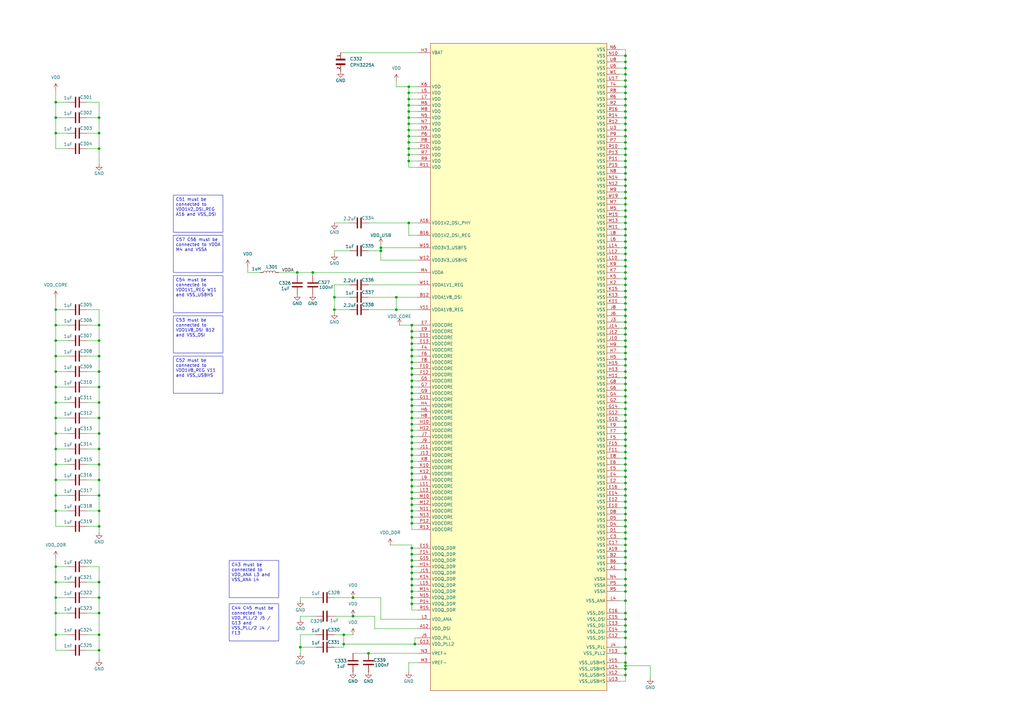
<source format=kicad_sch>
(kicad_sch (version 20250114) (generator "eeschema") (generator_version "9.0")
  (paper "A3")
  (title_block (comment 1 "Author: Mykola Grodskyi"))
  (text_box "C43 must be connected to VDD_ANA L3 and VSS_ANA L4\n" (at 93.98 229.87 0) (size 20.32 15.24) (margins 0.9525 0.9525 0.9525 0.9525) (effects (font (size 1.27 1.27)) (justify left top)))
  (text_box "C54 must be connected to VDD1V1_REG W11 and VSS_USBHS\n\n" (at 71.12 113.03 0) (size 20.32 15.24) (margins 0.9525 0.9525 0.9525 0.9525) (effects (font (size 1.27 1.27)) (justify left top)))
  (text_box "C51 must be connected to VDD1V2_DSI_REG A16 and VSS_DSI\n" (at 71.12 80.01 0) (size 20.32 15.24) (margins 0.9525 0.9525 0.9525 0.9525) (effects (font (size 1.27 1.27)) (justify left top)))
  (text_box "C57 C56 must be connected to VDDA M4 and VSSA\n\n" (at 71.12 96.52 0) (size 20.32 15.24) (margins 0.9525 0.9525 0.9525 0.9525) (effects (font (size 1.27 1.27)) (justify left top)))
  (text_box "C52 must be connected to VDD1V8_REG V11 and VSS_USBHS\n\n" (at 71.12 146.05 0) (size 20.32 15.24) (margins 0.9525 0.9525 0.9525 0.9525) (effects (font (size 1.27 1.27)) (justify left top)))
  (text_box "C53 must be connected to VDD1V8_DSI B12 and VSS_DSI\n\n" (at 71.12 129.54 0) (size 20.32 15.24) (margins 0.9525 0.9525 0.9525 0.9525) (effects (font (size 1.27 1.27)) (justify left top)))
  (text_box "C44 C45 must be connected to VDD_PLL/2 J5 / G13 and VSS_PLL/2 J4 / F13\n\n" (at 93.98 247.65 0) (size 20.32 15.24) (margins 0.9525 0.9525 0.9525 0.9525) (effects (font (size 1.27 1.27)) (justify left top)))
  (junction (at 168.91 179.07))
  (junction (at 168.91 156.21))
  (junction (at 167.64 55.88))
  (junction (at 168.91 207.01))
  (junction (at 256.54 58.42))
  (junction (at 256.54 48.26))
  (junction (at 256.54 185.42))
  (junction (at 256.54 137.16))
  (junction (at 144.78 245.11))
  (junction (at 168.91 234.95))
  (junction (at 256.54 210.82))
  (junction (at 22.86 177.8))
  (junction (at 256.54 226.06))
  (junction (at 256.54 267.97))
  (junction (at 168.91 151.13))
  (junction (at 256.54 45.72))
  (junction (at 168.91 201.93))
  (junction (at 167.64 35.56))
  (junction (at 256.54 271.78))
  (junction (at 256.54 111.76))
  (junction (at 151.13 267.97))
  (junction (at 167.64 60.96))
  (junction (at 22.86 209.55))
  (junction (at 256.54 256.54))
  (junction (at 121.92 111.76))
  (junction (at 40.64 177.8))
  (junction (at 168.91 171.45))
  (junction (at 256.54 78.74))
  (junction (at 256.54 265.43))
  (junction (at 256.54 167.64))
  (junction (at 128.27 111.76))
  (junction (at 256.54 27.94))
  (junction (at 22.86 158.75))
  (junction (at 256.54 38.1))
  (junction (at 256.54 198.12))
  (junction (at 40.64 165.1))
  (junction (at 256.54 22.86))
  (junction (at 256.54 144.78))
  (junction (at 256.54 193.04))
  (junction (at 168.91 196.85))
  (junction (at 40.64 245.11))
  (junction (at 168.91 146.05))
  (junction (at 40.64 260.35))
  (junction (at 256.54 35.56))
  (junction (at 256.54 127))
  (junction (at 22.86 139.7))
  (junction (at 167.64 40.64))
  (junction (at 256.54 162.56))
  (junction (at 168.91 186.69))
  (junction (at 256.54 106.68))
  (junction (at 168.91 191.77))
  (junction (at 40.64 203.2))
  (junction (at 256.54 205.74))
  (junction (at 168.91 242.57))
  (junction (at 137.16 127))
  (junction (at 167.64 91.44))
  (junction (at 256.54 134.62))
  (junction (at 256.54 109.22))
  (junction (at 22.86 54.61))
  (junction (at 170.18 264.16))
  (junction (at 40.64 266.7))
  (junction (at 256.54 165.1))
  (junction (at 22.86 41.91))
  (junction (at 256.54 50.8))
  (junction (at 40.64 209.55))
  (junction (at 256.54 195.58))
  (junction (at 22.86 184.15))
  (junction (at 168.91 158.75))
  (junction (at 168.91 212.09))
  (junction (at 256.54 91.44))
  (junction (at 256.54 60.96))
  (junction (at 256.54 208.28))
  (junction (at 22.86 245.11))
  (junction (at 168.91 199.39))
  (junction (at 167.64 45.72))
  (junction (at 168.91 224.79))
  (junction (at 256.54 76.2))
  (junction (at 167.64 66.04))
  (junction (at 40.64 60.96))
  (junction (at 162.56 121.92))
  (junction (at 168.91 232.41))
  (junction (at 256.54 223.52))
  (junction (at 256.54 170.18))
  (junction (at 256.54 251.46))
  (junction (at 140.97 260.35))
  (junction (at 168.91 163.83))
  (junction (at 256.54 55.88))
  (junction (at 40.64 238.76))
  (junction (at 256.54 124.46))
  (junction (at 168.91 227.33))
  (junction (at 256.54 88.9))
  (junction (at 22.86 190.5))
  (junction (at 256.54 190.5))
  (junction (at 256.54 203.2))
  (junction (at 167.64 58.42))
  (junction (at 22.86 48.26))
  (junction (at 168.91 247.65))
  (junction (at 40.64 190.5))
  (junction (at 22.86 238.76))
  (junction (at 256.54 83.82))
  (junction (at 256.54 63.5))
  (junction (at 123.19 265.43))
  (junction (at 168.91 194.31))
  (junction (at 256.54 68.58))
  (junction (at 22.86 251.46))
  (junction (at 256.54 254))
  (junction (at 256.54 228.6))
  (junction (at 256.54 104.14))
  (junction (at 22.86 171.45))
  (junction (at 256.54 213.36))
  (junction (at 256.54 242.57))
  (junction (at 256.54 187.96))
  (junction (at 256.54 86.36))
  (junction (at 256.54 180.34))
  (junction (at 162.56 127))
  (junction (at 40.64 139.7))
  (junction (at 256.54 152.4))
  (junction (at 256.54 231.14))
  (junction (at 167.64 48.26))
  (junction (at 168.91 229.87))
  (junction (at 40.64 133.35))
  (junction (at 168.91 143.51))
  (junction (at 40.64 171.45))
  (junction (at 256.54 177.8))
  (junction (at 256.54 273.05))
  (junction (at 256.54 182.88))
  (junction (at 256.54 30.48))
  (junction (at 168.91 189.23))
  (junction (at 168.91 204.47))
  (junction (at 256.54 25.4))
  (junction (at 168.91 209.55))
  (junction (at 168.91 168.91))
  (junction (at 40.64 54.61))
  (junction (at 40.64 158.75))
  (junction (at 256.54 43.18))
  (junction (at 256.54 220.98))
  (junction (at 40.64 215.9))
  (junction (at 167.64 63.5))
  (junction (at 256.54 139.7))
  (junction (at 256.54 276.86))
  (junction (at 256.54 149.86))
  (junction (at 256.54 101.6))
  (junction (at 167.64 43.18))
  (junction (at 256.54 233.68))
  (junction (at 256.54 160.02))
  (junction (at 22.86 232.41))
  (junction (at 40.64 152.4))
  (junction (at 168.91 214.63))
  (junction (at 156.21 102.87))
  (junction (at 22.86 146.05))
  (junction (at 168.91 240.03))
  (junction (at 167.64 50.8))
  (junction (at 22.86 152.4))
  (junction (at 137.16 121.92))
  (junction (at 167.64 53.34))
  (junction (at 256.54 53.34))
  (junction (at 256.54 175.26))
  (junction (at 256.54 119.38))
  (junction (at 22.86 203.2))
  (junction (at 22.86 196.85))
  (junction (at 168.91 173.99))
  (junction (at 256.54 114.3))
  (junction (at 256.54 274.32))
  (junction (at 167.64 38.1))
  (junction (at 256.54 93.98))
  (junction (at 168.91 138.43))
  (junction (at 168.91 161.29))
  (junction (at 256.54 240.03))
  (junction (at 144.78 252.73))
  (junction (at 256.54 237.49))
  (junction (at 140.97 264.16))
  (junction (at 168.91 176.53))
  (junction (at 168.91 135.89))
  (junction (at 256.54 172.72))
  (junction (at 40.64 184.15))
  (junction (at 256.54 116.84))
  (junction (at 256.54 215.9))
  (junction (at 168.91 245.11))
  (junction (at 256.54 246.38))
  (junction (at 40.64 251.46))
  (junction (at 256.54 147.32))
  (junction (at 256.54 96.52))
  (junction (at 22.86 133.35))
  (junction (at 40.64 146.05))
  (junction (at 40.64 196.85))
  (junction (at 168.91 181.61))
  (junction (at 256.54 71.12))
  (junction (at 168.91 184.15))
  (junction (at 256.54 132.08))
  (junction (at 22.86 127))
  (junction (at 168.91 148.59))
  (junction (at 256.54 154.94))
  (junction (at 256.54 40.64))
  (junction (at 256.54 218.44))
  (junction (at 22.86 165.1))
  (junction (at 256.54 261.62))
  (junction (at 256.54 142.24))
  (junction (at 156.21 101.6))
  (junction (at 256.54 33.02))
  (junction (at 256.54 121.92))
  (junction (at 168.91 140.97))
  (junction (at 256.54 200.66))
  (junction (at 256.54 73.66))
  (junction (at 168.91 133.35))
  (junction (at 168.91 153.67))
  (junction (at 168.91 166.37))
  (junction (at 256.54 129.54))
  (junction (at 40.64 48.26))
  (junction (at 256.54 259.08))
  (junction (at 168.91 237.49))
  (junction (at 256.54 99.06))
  (junction (at 256.54 157.48))
  (junction (at 256.54 66.04))
  (junction (at 22.86 260.35))
  (junction (at 256.54 81.28))
  (wire (pts (xy 162.56 121.92) (xy 171.45 121.92)))
  (wire (pts (xy 256.54 66.04) (xy 254 66.04)))
  (wire (pts (xy 256.54 129.54) (xy 256.54 132.08)))
  (wire (pts (xy 256.54 203.2) (xy 254 203.2)))
  (wire (pts (xy 168.91 161.29) (xy 171.45 161.29)))
  (wire (pts (xy 40.64 215.9) (xy 40.64 218.44)))
  (wire (pts (xy 101.6 109.22) (xy 101.6 111.76)))
  (wire (pts (xy 40.64 251.46) (xy 40.64 260.35)))
  (wire (pts (xy 22.86 121.92) (xy 22.86 127)))
  (wire (pts (xy 22.86 232.41) (xy 22.86 238.76)))
  (wire (pts (xy 256.54 233.68) (xy 256.54 237.49)))
  (wire (pts (xy 123.19 252.73) (xy 123.19 254)))
  (wire (pts (xy 168.91 184.15) (xy 168.91 186.69)))
  (wire (pts (xy 168.91 247.65) (xy 168.91 250.19)))
  (wire (pts (xy 256.54 137.16) (xy 256.54 139.7)))
  (wire (pts (xy 256.54 22.86) (xy 256.54 25.4)))
  (wire (pts (xy 168.91 214.63) (xy 168.91 217.17)))
  (wire (pts (xy 168.91 168.91) (xy 168.91 171.45)))
  (wire (pts (xy 256.54 231.14) (xy 254 231.14)))
  (wire (pts (xy 137.16 121.92) (xy 137.16 127)))
  (wire (pts (xy 22.86 266.7) (xy 27.94 266.7)))
  (wire (pts (xy 256.54 50.8) (xy 254 50.8)))
  (wire (pts (xy 256.54 25.4) (xy 254 25.4)))
  (wire (pts (xy 256.54 35.56) (xy 254 35.56)))
  (wire (pts (xy 168.91 207.01) (xy 168.91 209.55)))
  (wire (pts (xy 40.64 251.46) (xy 35.56 251.46)))
  (wire (pts (xy 22.86 260.35) (xy 22.86 266.7)))
  (wire (pts (xy 256.54 101.6) (xy 256.54 104.14)))
  (wire (pts (xy 256.54 142.24) (xy 254 142.24)))
  (wire (pts (xy 256.54 271.78) (xy 254 271.78)))
  (wire (pts (xy 168.91 186.69) (xy 171.45 186.69)))
  (wire (pts (xy 256.54 267.97) (xy 256.54 271.78)))
  (wire (pts (xy 40.64 139.7) (xy 35.56 139.7)))
  (wire (pts (xy 168.91 250.19) (xy 171.45 250.19)))
  (wire (pts (xy 40.64 260.35) (xy 40.64 266.7)))
  (wire (pts (xy 256.54 83.82) (xy 254 83.82)))
  (wire (pts (xy 140.97 264.16) (xy 140.97 260.35)))
  (wire (pts (xy 168.91 176.53) (xy 171.45 176.53)))
  (wire (pts (xy 40.64 177.8) (xy 40.64 184.15)))
  (wire (pts (xy 256.54 139.7) (xy 254 139.7)))
  (wire (pts (xy 256.54 104.14) (xy 256.54 106.68)))
  (wire (pts (xy 129.54 245.11) (xy 123.19 245.11)))
  (wire (pts (xy 256.54 208.28) (xy 256.54 210.82)))
  (wire (pts (xy 256.54 233.68) (xy 254 233.68)))
  (wire (pts (xy 168.91 186.69) (xy 168.91 189.23)))
  (wire (pts (xy 40.64 266.7) (xy 35.56 266.7)))
  (wire (pts (xy 167.64 63.5) (xy 167.64 66.04)))
  (wire (pts (xy 256.54 127) (xy 254 127)))
  (wire (pts (xy 256.54 68.58) (xy 256.54 71.12)))
  (wire (pts (xy 22.86 260.35) (xy 27.94 260.35)))
  (wire (pts (xy 167.64 38.1) (xy 167.64 40.64)))
  (wire (pts (xy 256.54 78.74) (xy 254 78.74)))
  (wire (pts (xy 167.64 40.64) (xy 171.45 40.64)))
  (wire (pts (xy 256.54 40.64) (xy 256.54 43.18)))
  (wire (pts (xy 40.64 41.91) (xy 40.64 48.26)))
  (wire (pts (xy 256.54 129.54) (xy 254 129.54)))
  (wire (pts (xy 137.16 104.14) (xy 137.16 102.87)))
  (wire (pts (xy 256.54 157.48) (xy 256.54 160.02)))
  (wire (pts (xy 256.54 106.68) (xy 254 106.68)))
  (wire (pts (xy 256.54 27.94) (xy 256.54 30.48)))
  (wire (pts (xy 167.64 55.88) (xy 167.64 58.42)))
  (wire (pts (xy 168.91 179.07) (xy 168.91 181.61)))
  (wire (pts (xy 256.54 165.1) (xy 254 165.1)))
  (wire (pts (xy 256.54 213.36) (xy 256.54 215.9)))
  (wire (pts (xy 256.54 154.94) (xy 254 154.94)))
  (wire (pts (xy 22.86 127) (xy 27.94 127)))
  (wire (pts (xy 40.64 171.45) (xy 40.64 177.8)))
  (wire (pts (xy 168.91 181.61) (xy 171.45 181.61)))
  (wire (pts (xy 168.91 196.85) (xy 168.91 199.39)))
  (wire (pts (xy 22.86 54.61) (xy 22.86 60.96)))
  (wire (pts (xy 256.54 119.38) (xy 254 119.38)))
  (wire (pts (xy 256.54 121.92) (xy 256.54 124.46)))
  (wire (pts (xy 168.91 148.59) (xy 171.45 148.59)))
  (wire (pts (xy 256.54 274.32) (xy 254 274.32)))
  (wire (pts (xy 22.86 41.91) (xy 22.86 48.26)))
  (wire (pts (xy 256.54 137.16) (xy 254 137.16)))
  (wire (pts (xy 22.86 238.76) (xy 22.86 245.11)))
  (wire (pts (xy 143.51 121.92) (xy 137.16 121.92)))
  (wire (pts (xy 168.91 156.21) (xy 168.91 158.75)))
  (wire (pts (xy 121.92 111.76) (xy 121.92 113.03)))
  (wire (pts (xy 256.54 132.08) (xy 254 132.08)))
  (wire (pts (xy 256.54 71.12) (xy 256.54 73.66)))
  (wire (pts (xy 256.54 185.42) (xy 254 185.42)))
  (wire (pts (xy 256.54 167.64) (xy 256.54 170.18)))
  (wire (pts (xy 168.91 173.99) (xy 168.91 176.53)))
  (wire (pts (xy 171.45 96.52) (xy 167.64 96.52)))
  (wire (pts (xy 139.7 21.59) (xy 171.45 21.59)))
  (wire (pts (xy 151.13 91.44) (xy 167.64 91.44)))
  (wire (pts (xy 256.54 237.49) (xy 256.54 240.03)))
  (wire (pts (xy 40.64 54.61) (xy 35.56 54.61)))
  (wire (pts (xy 168.91 138.43) (xy 171.45 138.43)))
  (wire (pts (xy 168.91 184.15) (xy 171.45 184.15)))
  (wire (pts (xy 256.54 76.2) (xy 256.54 78.74)))
  (wire (pts (xy 256.54 195.58) (xy 256.54 198.12)))
  (wire (pts (xy 22.86 184.15) (xy 27.94 184.15)))
  (wire (pts (xy 40.64 245.11) (xy 35.56 245.11)))
  (wire (pts (xy 256.54 134.62) (xy 254 134.62)))
  (wire (pts (xy 140.97 264.16) (xy 170.18 264.16)))
  (wire (pts (xy 168.91 237.49) (xy 171.45 237.49)))
  (wire (pts (xy 168.91 245.11) (xy 171.45 245.11)))
  (wire (pts (xy 22.86 251.46) (xy 22.86 260.35)))
  (wire (pts (xy 256.54 193.04) (xy 254 193.04)))
  (wire (pts (xy 22.86 184.15) (xy 22.86 190.5)))
  (wire (pts (xy 168.91 179.07) (xy 171.45 179.07)))
  (wire (pts (xy 256.54 237.49) (xy 254 237.49)))
  (wire (pts (xy 256.54 190.5) (xy 254 190.5)))
  (wire (pts (xy 40.64 203.2) (xy 40.64 209.55)))
  (wire (pts (xy 168.91 204.47) (xy 171.45 204.47)))
  (wire (pts (xy 143.51 102.87) (xy 137.16 102.87)))
  (wire (pts (xy 256.54 175.26) (xy 254 175.26)))
  (wire (pts (xy 256.54 63.5) (xy 256.54 66.04)))
  (wire (pts (xy 168.91 227.33) (xy 171.45 227.33)))
  (wire (pts (xy 144.78 267.97) (xy 151.13 267.97)))
  (wire (pts (xy 40.64 232.41) (xy 40.64 238.76)))
  (wire (pts (xy 40.64 158.75) (xy 35.56 158.75)))
  (wire (pts (xy 256.54 121.92) (xy 254 121.92)))
  (wire (pts (xy 40.64 209.55) (xy 40.64 215.9)))
  (wire (pts (xy 256.54 226.06) (xy 256.54 228.6)))
  (wire (pts (xy 170.18 261.62) (xy 170.18 264.16)))
  (wire (pts (xy 256.54 124.46) (xy 256.54 127)))
  (wire (pts (xy 168.91 234.95) (xy 168.91 237.49)))
  (wire (pts (xy 256.54 187.96) (xy 254 187.96)))
  (wire (pts (xy 167.64 38.1) (xy 171.45 38.1)))
  (wire (pts (xy 256.54 220.98) (xy 254 220.98)))
  (wire (pts (xy 256.54 213.36) (xy 254 213.36)))
  (wire (pts (xy 168.91 227.33) (xy 168.91 229.87)))
  (wire (pts (xy 22.86 60.96) (xy 27.94 60.96)))
  (wire (pts (xy 153.67 257.81) (xy 153.67 252.73)))
  (wire (pts (xy 168.91 146.05) (xy 171.45 146.05)))
  (wire (pts (xy 256.54 86.36) (xy 254 86.36)))
  (wire (pts (xy 256.54 88.9) (xy 254 88.9)))
  (wire (pts (xy 40.64 146.05) (xy 40.64 152.4)))
  (wire (pts (xy 256.54 160.02) (xy 254 160.02)))
  (wire (pts (xy 40.64 152.4) (xy 40.64 158.75)))
  (wire (pts (xy 256.54 154.94) (xy 256.54 157.48)))
  (wire (pts (xy 256.54 254) (xy 254 254)))
  (wire (pts (xy 256.54 215.9) (xy 256.54 218.44)))
  (wire (pts (xy 256.54 48.26) (xy 254 48.26)))
  (wire (pts (xy 151.13 121.92) (xy 162.56 121.92)))
  (wire (pts (xy 256.54 78.74) (xy 256.54 81.28)))
  (wire (pts (xy 256.54 43.18) (xy 256.54 45.72)))
  (wire (pts (xy 167.64 55.88) (xy 171.45 55.88)))
  (wire (pts (xy 137.16 127) (xy 137.16 128.27)))
  (wire (pts (xy 168.91 171.45) (xy 168.91 173.99)))
  (wire (pts (xy 168.91 171.45) (xy 171.45 171.45)))
  (wire (pts (xy 256.54 27.94) (xy 254 27.94)))
  (wire (pts (xy 256.54 147.32) (xy 254 147.32)))
  (wire (pts (xy 168.91 194.31) (xy 171.45 194.31)))
  (wire (pts (xy 256.54 200.66) (xy 256.54 203.2)))
  (wire (pts (xy 168.91 138.43) (xy 168.91 140.97)))
  (wire (pts (xy 101.6 111.76) (xy 106.68 111.76)))
  (wire (pts (xy 256.54 40.64) (xy 254 40.64)))
  (wire (pts (xy 167.64 271.78) (xy 171.45 271.78)))
  (wire (pts (xy 256.54 200.66) (xy 254 200.66)))
  (wire (pts (xy 256.54 218.44) (xy 256.54 220.98)))
  (wire (pts (xy 168.91 201.93) (xy 171.45 201.93)))
  (wire (pts (xy 168.91 194.31) (xy 168.91 196.85)))
  (wire (pts (xy 168.91 209.55) (xy 168.91 212.09)))
  (wire (pts (xy 167.64 275.59) (xy 167.64 271.78)))
  (wire (pts (xy 168.91 151.13) (xy 171.45 151.13)))
  (wire (pts (xy 151.13 116.84) (xy 171.45 116.84)))
  (wire (pts (xy 168.91 224.79) (xy 168.91 227.33)))
  (wire (pts (xy 168.91 133.35) (xy 171.45 133.35)))
  (wire (pts (xy 167.64 43.18) (xy 171.45 43.18)))
  (wire (pts (xy 256.54 271.78) (xy 256.54 273.05)))
  (wire (pts (xy 167.64 96.52) (xy 167.64 91.44)))
  (wire (pts (xy 256.54 96.52) (xy 254 96.52)))
  (wire (pts (xy 40.64 165.1) (xy 40.64 171.45)))
  (wire (pts (xy 256.54 165.1) (xy 256.54 167.64)))
  (wire (pts (xy 129.54 252.73) (xy 123.19 252.73)))
  (wire (pts (xy 256.54 172.72) (xy 254 172.72)))
  (wire (pts (xy 256.54 81.28) (xy 254 81.28)))
  (wire (pts (xy 167.64 48.26) (xy 167.64 50.8)))
  (wire (pts (xy 256.54 55.88) (xy 256.54 58.42)))
  (wire (pts (xy 256.54 240.03) (xy 256.54 242.57)))
  (wire (pts (xy 168.91 140.97) (xy 168.91 143.51)))
  (wire (pts (xy 40.64 48.26) (xy 40.64 54.61)))
  (wire (pts (xy 40.64 139.7) (xy 40.64 146.05)))
  (wire (pts (xy 167.64 43.18) (xy 167.64 45.72)))
  (wire (pts (xy 40.64 245.11) (xy 40.64 251.46)))
  (wire (pts (xy 22.86 203.2) (xy 27.94 203.2)))
  (wire (pts (xy 256.54 81.28) (xy 256.54 83.82)))
  (wire (pts (xy 22.86 203.2) (xy 22.86 209.55)))
  (wire (pts (xy 256.54 104.14) (xy 254 104.14)))
  (wire (pts (xy 140.97 260.35) (xy 144.78 260.35)))
  (wire (pts (xy 156.21 245.11) (xy 144.78 245.11)))
  (wire (pts (xy 167.64 91.44) (xy 171.45 91.44)))
  (wire (pts (xy 156.21 100.33) (xy 156.21 101.6)))
  (wire (pts (xy 256.54 114.3) (xy 256.54 116.84)))
  (wire (pts (xy 168.91 163.83) (xy 168.91 166.37)))
  (wire (pts (xy 40.64 133.35) (xy 35.56 133.35)))
  (wire (pts (xy 256.54 50.8) (xy 256.54 53.34)))
  (wire (pts (xy 40.64 238.76) (xy 35.56 238.76)))
  (wire (pts (xy 256.54 187.96) (xy 256.54 190.5)))
  (wire (pts (xy 256.54 101.6) (xy 254 101.6)))
  (wire (pts (xy 168.91 191.77) (xy 171.45 191.77)))
  (wire (pts (xy 40.64 270.51) (xy 40.64 266.7)))
  (wire (pts (xy 256.54 205.74) (xy 254 205.74)))
  (wire (pts (xy 168.91 153.67) (xy 171.45 153.67)))
  (wire (pts (xy 168.91 242.57) (xy 168.91 245.11)))
  (wire (pts (xy 168.91 161.29) (xy 168.91 163.83)))
  (wire (pts (xy 137.16 116.84) (xy 137.16 121.92)))
  (wire (pts (xy 168.91 140.97) (xy 171.45 140.97)))
  (wire (pts (xy 123.19 260.35) (xy 129.54 260.35)))
  (wire (pts (xy 137.16 116.84) (xy 143.51 116.84)))
  (wire (pts (xy 266.7 273.05) (xy 256.54 273.05)))
  (wire (pts (xy 40.64 190.5) (xy 35.56 190.5)))
  (wire (pts (xy 156.21 102.87) (xy 156.21 106.68)))
  (wire (pts (xy 168.91 158.75) (xy 168.91 161.29)))
  (wire (pts (xy 137.16 127) (xy 143.51 127)))
  (wire (pts (xy 256.54 251.46) (xy 256.54 254)))
  (wire (pts (xy 256.54 60.96) (xy 256.54 63.5)))
  (wire (pts (xy 22.86 228.6) (xy 22.86 232.41)))
  (wire (pts (xy 256.54 180.34) (xy 254 180.34)))
  (wire (pts (xy 256.54 111.76) (xy 254 111.76)))
  (wire (pts (xy 22.86 139.7) (xy 22.86 146.05)))
  (wire (pts (xy 168.91 232.41) (xy 171.45 232.41)))
  (wire (pts (xy 256.54 279.4) (xy 254 279.4)))
  (wire (pts (xy 256.54 162.56) (xy 254 162.56)))
  (wire (pts (xy 151.13 102.87) (xy 156.21 102.87)))
  (wire (pts (xy 167.64 60.96) (xy 167.64 63.5)))
  (wire (pts (xy 256.54 276.86) (xy 254 276.86)))
  (wire (pts (xy 168.91 199.39) (xy 171.45 199.39)))
  (wire (pts (xy 256.54 256.54) (xy 256.54 259.08)))
  (wire (pts (xy 167.64 68.58) (xy 171.45 68.58)))
  (wire (pts (xy 40.64 127) (xy 35.56 127)))
  (wire (pts (xy 168.91 217.17) (xy 171.45 217.17)))
  (wire (pts (xy 256.54 273.05) (xy 256.54 274.32)))
  (wire (pts (xy 40.64 165.1) (xy 35.56 165.1)))
  (wire (pts (xy 168.91 214.63) (xy 171.45 214.63)))
  (wire (pts (xy 123.19 265.43) (xy 123.19 267.97)))
  (wire (pts (xy 168.91 151.13) (xy 168.91 153.67)))
  (wire (pts (xy 168.91 158.75) (xy 171.45 158.75)))
  (wire (pts (xy 22.86 245.11) (xy 27.94 245.11)))
  (wire (pts (xy 22.86 48.26) (xy 27.94 48.26)))
  (wire (pts (xy 40.64 146.05) (xy 35.56 146.05)))
  (wire (pts (xy 168.91 207.01) (xy 171.45 207.01)))
  (wire (pts (xy 256.54 198.12) (xy 254 198.12)))
  (wire (pts (xy 256.54 99.06) (xy 254 99.06)))
  (wire (pts (xy 256.54 45.72) (xy 256.54 48.26)))
  (wire (pts (xy 256.54 22.86) (xy 254 22.86)))
  (wire (pts (xy 256.54 276.86) (xy 256.54 279.4)))
  (wire (pts (xy 256.54 142.24) (xy 256.54 144.78)))
  (wire (pts (xy 256.54 134.62) (xy 256.54 137.16)))
  (wire (pts (xy 256.54 267.97) (xy 254 267.97)))
  (wire (pts (xy 256.54 246.38) (xy 254 246.38)))
  (wire (pts (xy 22.86 146.05) (xy 27.94 146.05)))
  (wire (pts (xy 151.13 267.97) (xy 171.45 267.97)))
  (wire (pts (xy 256.54 152.4) (xy 254 152.4)))
  (wire (pts (xy 256.54 228.6) (xy 254 228.6)))
  (wire (pts (xy 168.91 247.65) (xy 171.45 247.65)))
  (wire (pts (xy 256.54 48.26) (xy 256.54 50.8)))
  (wire (pts (xy 256.54 124.46) (xy 254 124.46)))
  (wire (pts (xy 256.54 259.08) (xy 256.54 261.62)))
  (wire (pts (xy 256.54 63.5) (xy 254 63.5)))
  (wire (pts (xy 170.18 261.62) (xy 171.45 261.62)))
  (wire (pts (xy 256.54 53.34) (xy 256.54 55.88)))
  (wire (pts (xy 168.91 204.47) (xy 168.91 207.01)))
  (wire (pts (xy 168.91 163.83) (xy 171.45 163.83)))
  (wire (pts (xy 168.91 201.93) (xy 168.91 204.47)))
  (wire (pts (xy 256.54 205.74) (xy 256.54 208.28)))
  (wire (pts (xy 256.54 99.06) (xy 256.54 101.6)))
  (wire (pts (xy 256.54 172.72) (xy 256.54 175.26)))
  (wire (pts (xy 256.54 220.98) (xy 256.54 223.52)))
  (wire (pts (xy 168.91 143.51) (xy 168.91 146.05)))
  (wire (pts (xy 256.54 73.66) (xy 256.54 76.2)))
  (wire (pts (xy 167.64 50.8) (xy 171.45 50.8)))
  (wire (pts (xy 22.86 251.46) (xy 27.94 251.46)))
  (wire (pts (xy 137.16 91.44) (xy 143.51 91.44)))
  (wire (pts (xy 22.86 152.4) (xy 27.94 152.4)))
  (wire (pts (xy 22.86 54.61) (xy 27.94 54.61)))
  (wire (pts (xy 256.54 242.57) (xy 256.54 246.38)))
  (wire (pts (xy 256.54 254) (xy 256.54 256.54)))
  (wire (pts (xy 256.54 215.9) (xy 254 215.9)))
  (wire (pts (xy 256.54 111.76) (xy 256.54 114.3)))
  (wire (pts (xy 256.54 242.57) (xy 254 242.57)))
  (wire (pts (xy 167.64 58.42) (xy 171.45 58.42)))
  (wire (pts (xy 256.54 38.1) (xy 256.54 40.64)))
  (wire (pts (xy 256.54 20.32) (xy 254 20.32)))
  (wire (pts (xy 40.64 260.35) (xy 35.56 260.35)))
  (wire (pts (xy 22.86 209.55) (xy 27.94 209.55)))
  (wire (pts (xy 123.19 260.35) (xy 123.19 265.43)))
  (wire (pts (xy 256.54 144.78) (xy 254 144.78)))
  (wire (pts (xy 256.54 71.12) (xy 254 71.12)))
  (wire (pts (xy 256.54 265.43) (xy 256.54 267.97)))
  (wire (pts (xy 22.86 245.11) (xy 22.86 251.46)))
  (wire (pts (xy 256.54 33.02) (xy 256.54 35.56)))
  (wire (pts (xy 256.54 160.02) (xy 256.54 162.56)))
  (wire (pts (xy 168.91 199.39) (xy 168.91 201.93)))
  (wire (pts (xy 266.7 278.13) (xy 266.7 273.05)))
  (wire (pts (xy 256.54 203.2) (xy 256.54 205.74)))
  (wire (pts (xy 256.54 139.7) (xy 256.54 142.24)))
  (wire (pts (xy 22.86 158.75) (xy 22.86 165.1)))
  (wire (pts (xy 171.45 101.6) (xy 156.21 101.6)))
  (wire (pts (xy 40.64 54.61) (xy 40.64 60.96)))
  (wire (pts (xy 40.64 196.85) (xy 40.64 203.2)))
  (wire (pts (xy 256.54 261.62) (xy 254 261.62)))
  (wire (pts (xy 114.3 111.76) (xy 121.92 111.76)))
  (wire (pts (xy 256.54 109.22) (xy 256.54 111.76)))
  (wire (pts (xy 168.91 153.67) (xy 168.91 156.21)))
  (wire (pts (xy 22.86 127) (xy 22.86 133.35)))
  (wire (pts (xy 128.27 111.76) (xy 128.27 113.03)))
  (wire (pts (xy 256.54 73.66) (xy 254 73.66)))
  (wire (pts (xy 22.86 238.76) (xy 27.94 238.76)))
  (wire (pts (xy 22.86 133.35) (xy 27.94 133.35)))
  (wire (pts (xy 170.18 264.16) (xy 171.45 264.16)))
  (wire (pts (xy 167.64 66.04) (xy 167.64 68.58)))
  (wire (pts (xy 256.54 152.4) (xy 256.54 154.94)))
  (wire (pts (xy 256.54 274.32) (xy 256.54 276.86)))
  (wire (pts (xy 168.91 135.89) (xy 168.91 138.43)))
  (wire (pts (xy 168.91 242.57) (xy 171.45 242.57)))
  (wire (pts (xy 256.54 147.32) (xy 256.54 149.86)))
  (wire (pts (xy 22.86 165.1) (xy 27.94 165.1)))
  (wire (pts (xy 22.86 177.8) (xy 22.86 184.15)))
  (wire (pts (xy 256.54 170.18) (xy 256.54 172.72)))
  (wire (pts (xy 256.54 35.56) (xy 256.54 38.1)))
  (wire (pts (xy 168.91 224.79) (xy 171.45 224.79)))
  (wire (pts (xy 144.78 252.73) (xy 137.16 252.73)))
  (wire (pts (xy 256.54 167.64) (xy 254 167.64)))
  (wire (pts (xy 256.54 210.82) (xy 254 210.82)))
  (wire (pts (xy 40.64 184.15) (xy 40.64 190.5)))
  (wire (pts (xy 256.54 182.88) (xy 254 182.88)))
  (wire (pts (xy 153.67 252.73) (xy 144.78 252.73)))
  (wire (pts (xy 22.86 171.45) (xy 27.94 171.45)))
  (wire (pts (xy 256.54 86.36) (xy 256.54 88.9)))
  (wire (pts (xy 256.54 83.82) (xy 256.54 86.36)))
  (wire (pts (xy 256.54 109.22) (xy 254 109.22)))
  (wire (pts (xy 167.64 58.42) (xy 167.64 60.96)))
  (wire (pts (xy 22.86 232.41) (xy 27.94 232.41)))
  (wire (pts (xy 22.86 171.45) (xy 22.86 177.8)))
  (wire (pts (xy 22.86 196.85) (xy 27.94 196.85)))
  (wire (pts (xy 167.64 35.56) (xy 167.64 38.1)))
  (wire (pts (xy 167.64 53.34) (xy 171.45 53.34)))
  (wire (pts (xy 256.54 185.42) (xy 256.54 187.96)))
  (wire (pts (xy 171.45 106.68) (xy 156.21 106.68)))
  (wire (pts (xy 22.86 209.55) (xy 22.86 215.9)))
  (wire (pts (xy 256.54 53.34) (xy 254 53.34)))
  (wire (pts (xy 256.54 58.42) (xy 254 58.42)))
  (wire (pts (xy 256.54 114.3) (xy 254 114.3)))
  (wire (pts (xy 167.64 63.5) (xy 171.45 63.5)))
  (wire (pts (xy 137.16 260.35) (xy 140.97 260.35)))
  (wire (pts (xy 168.91 176.53) (xy 168.91 179.07)))
  (wire (pts (xy 256.54 193.04) (xy 256.54 195.58)))
  (wire (pts (xy 40.64 196.85) (xy 35.56 196.85)))
  (wire (pts (xy 256.54 190.5) (xy 256.54 193.04)))
  (wire (pts (xy 167.64 48.26) (xy 171.45 48.26)))
  (wire (pts (xy 40.64 209.55) (xy 35.56 209.55)))
  (wire (pts (xy 22.86 146.05) (xy 22.86 152.4)))
  (wire (pts (xy 22.86 165.1) (xy 22.86 171.45)))
  (wire (pts (xy 256.54 20.32) (xy 256.54 22.86)))
  (wire (pts (xy 168.91 156.21) (xy 171.45 156.21)))
  (wire (pts (xy 40.64 60.96) (xy 40.64 67.31)))
  (wire (pts (xy 171.45 111.76) (xy 128.27 111.76)))
  (wire (pts (xy 256.54 149.86) (xy 254 149.86)))
  (wire (pts (xy 40.64 190.5) (xy 40.64 196.85)))
  (wire (pts (xy 256.54 228.6) (xy 256.54 231.14)))
  (wire (pts (xy 40.64 171.45) (xy 35.56 171.45)))
  (wire (pts (xy 256.54 45.72) (xy 254 45.72)))
  (wire (pts (xy 171.45 257.81) (xy 153.67 257.81)))
  (wire (pts (xy 168.91 245.11) (xy 168.91 247.65)))
  (wire (pts (xy 256.54 132.08) (xy 256.54 134.62)))
  (wire (pts (xy 256.54 91.44) (xy 256.54 93.98)))
  (wire (pts (xy 22.86 215.9) (xy 27.94 215.9)))
  (wire (pts (xy 168.91 237.49) (xy 168.91 240.03)))
  (wire (pts (xy 40.64 238.76) (xy 40.64 245.11)))
  (wire (pts (xy 40.64 215.9) (xy 35.56 215.9)))
  (wire (pts (xy 168.91 189.23) (xy 168.91 191.77)))
  (wire (pts (xy 256.54 177.8) (xy 254 177.8)))
  (wire (pts (xy 256.54 96.52) (xy 256.54 99.06)))
  (wire (pts (xy 256.54 208.28) (xy 254 208.28)))
  (wire (pts (xy 22.86 158.75) (xy 27.94 158.75)))
  (wire (pts (xy 256.54 127) (xy 256.54 129.54)))
  (wire (pts (xy 256.54 251.46) (xy 254 251.46)))
  (wire (pts (xy 168.91 191.77) (xy 168.91 194.31)))
  (wire (pts (xy 256.54 93.98) (xy 254 93.98)))
  (wire (pts (xy 167.64 45.72) (xy 171.45 45.72)))
  (wire (pts (xy 168.91 196.85) (xy 171.45 196.85)))
  (wire (pts (xy 162.56 121.92) (xy 162.56 127)))
  (wire (pts (xy 256.54 170.18) (xy 254 170.18)))
  (wire (pts (xy 256.54 30.48) (xy 256.54 33.02)))
  (wire (pts (xy 256.54 106.68) (xy 256.54 109.22)))
  (wire (pts (xy 123.19 265.43) (xy 129.54 265.43)))
  (wire (pts (xy 256.54 218.44) (xy 254 218.44)))
  (wire (pts (xy 168.91 168.91) (xy 171.45 168.91)))
  (wire (pts (xy 167.64 45.72) (xy 167.64 48.26)))
  (wire (pts (xy 256.54 116.84) (xy 256.54 119.38)))
  (wire (pts (xy 22.86 152.4) (xy 22.86 158.75)))
  (wire (pts (xy 256.54 88.9) (xy 256.54 91.44)))
  (wire (pts (xy 40.64 203.2) (xy 35.56 203.2)))
  (wire (pts (xy 256.54 30.48) (xy 254 30.48)))
  (wire (pts (xy 256.54 66.04) (xy 256.54 68.58)))
  (wire (pts (xy 168.91 173.99) (xy 171.45 173.99)))
  (wire (pts (xy 256.54 68.58) (xy 254 68.58)))
  (wire (pts (xy 121.92 111.76) (xy 128.27 111.76)))
  (wire (pts (xy 168.91 212.09) (xy 171.45 212.09)))
  (wire (pts (xy 22.86 177.8) (xy 27.94 177.8)))
  (wire (pts (xy 162.56 33.02) (xy 162.56 35.56)))
  (wire (pts (xy 137.16 265.43) (xy 140.97 265.43)))
  (wire (pts (xy 160.02 223.52) (xy 168.91 223.52)))
  (wire (pts (xy 168.91 234.95) (xy 171.45 234.95)))
  (wire (pts (xy 168.91 240.03) (xy 171.45 240.03)))
  (wire (pts (xy 256.54 240.03) (xy 254 240.03)))
  (wire (pts (xy 256.54 210.82) (xy 256.54 213.36)))
  (wire (pts (xy 256.54 144.78) (xy 256.54 147.32)))
  (wire (pts (xy 168.91 146.05) (xy 168.91 148.59)))
  (wire (pts (xy 168.91 232.41) (xy 168.91 234.95)))
  (wire (pts (xy 168.91 133.35) (xy 168.91 135.89)))
  (wire (pts (xy 40.64 184.15) (xy 35.56 184.15)))
  (wire (pts (xy 256.54 223.52) (xy 254 223.52)))
  (wire (pts (xy 167.64 40.64) (xy 167.64 43.18)))
  (wire (pts (xy 162.56 127) (xy 171.45 127)))
  (wire (pts (xy 156.21 254) (xy 156.21 245.11)))
  (wire (pts (xy 22.86 36.83) (xy 22.86 41.91)))
  (wire (pts (xy 156.21 101.6) (xy 156.21 102.87)))
  (wire (pts (xy 256.54 38.1) (xy 254 38.1)))
  (wire (pts (xy 256.54 195.58) (xy 254 195.58)))
  (wire (pts (xy 168.91 181.61) (xy 168.91 184.15)))
  (wire (pts (xy 256.54 93.98) (xy 256.54 96.52)))
  (wire (pts (xy 40.64 60.96) (xy 35.56 60.96)))
  (wire (pts (xy 123.19 245.11) (xy 123.19 246.38)))
  (wire (pts (xy 140.97 265.43) (xy 140.97 264.16)))
  (wire (pts (xy 162.56 35.56) (xy 167.64 35.56)))
  (wire (pts (xy 256.54 25.4) (xy 256.54 27.94)))
  (wire (pts (xy 256.54 177.8) (xy 256.54 180.34)))
  (wire (pts (xy 167.64 50.8) (xy 167.64 53.34)))
  (wire (pts (xy 256.54 55.88) (xy 254 55.88)))
  (wire (pts (xy 22.86 133.35) (xy 22.86 139.7)))
  (wire (pts (xy 256.54 76.2) (xy 254 76.2)))
  (wire (pts (xy 256.54 198.12) (xy 256.54 200.66)))
  (wire (pts (xy 171.45 254) (xy 156.21 254)))
  (wire (pts (xy 167.64 60.96) (xy 171.45 60.96)))
  (wire (pts (xy 40.64 133.35) (xy 40.64 139.7)))
  (wire (pts (xy 22.86 196.85) (xy 22.86 203.2)))
  (wire (pts (xy 40.64 127) (xy 40.64 133.35)))
  (wire (pts (xy 256.54 119.38) (xy 256.54 121.92)))
  (wire (pts (xy 168.91 212.09) (xy 168.91 214.63)))
  (wire (pts (xy 256.54 261.62) (xy 256.54 265.43)))
  (wire (pts (xy 151.13 127) (xy 162.56 127)))
  (wire (pts (xy 168.91 143.51) (xy 171.45 143.51)))
  (wire (pts (xy 256.54 33.02) (xy 254 33.02)))
  (wire (pts (xy 256.54 60.96) (xy 254 60.96)))
  (wire (pts (xy 168.91 135.89) (xy 171.45 135.89)))
  (wire (pts (xy 168.91 209.55) (xy 171.45 209.55)))
  (wire (pts (xy 40.64 41.91) (xy 35.56 41.91)))
  (wire (pts (xy 40.64 177.8) (xy 35.56 177.8)))
  (wire (pts (xy 40.64 48.26) (xy 35.56 48.26)))
  (wire (pts (xy 168.91 189.23) (xy 171.45 189.23)))
  (wire (pts (xy 256.54 162.56) (xy 256.54 165.1)))
  (wire (pts (xy 167.64 66.04) (xy 171.45 66.04)))
  (wire (pts (xy 256.54 175.26) (xy 256.54 177.8)))
  (wire (pts (xy 256.54 231.14) (xy 256.54 233.68)))
  (wire (pts (xy 256.54 182.88) (xy 256.54 185.42)))
  (wire (pts (xy 22.86 48.26) (xy 22.86 54.61)))
  (wire (pts (xy 40.64 232.41) (xy 35.56 232.41)))
  (wire (pts (xy 256.54 265.43) (xy 254 265.43)))
  (wire (pts (xy 22.86 139.7) (xy 27.94 139.7)))
  (wire (pts (xy 256.54 259.08) (xy 254 259.08)))
  (wire (pts (xy 256.54 43.18) (xy 254 43.18)))
  (wire (pts (xy 256.54 116.84) (xy 254 116.84)))
  (wire (pts (xy 168.91 223.52) (xy 168.91 224.79)))
  (wire (pts (xy 167.64 53.34) (xy 167.64 55.88)))
  (wire (pts (xy 168.91 240.03) (xy 168.91 242.57)))
  (wire (pts (xy 256.54 149.86) (xy 256.54 152.4)))
  (wire (pts (xy 256.54 256.54) (xy 254 256.54)))
  (wire (pts (xy 40.64 152.4) (xy 35.56 152.4)))
  (wire (pts (xy 168.91 148.59) (xy 168.91 151.13)))
  (wire (pts (xy 256.54 180.34) (xy 256.54 182.88)))
  (wire (pts (xy 22.86 41.91) (xy 27.94 41.91)))
  (wire (pts (xy 168.91 229.87) (xy 171.45 229.87)))
  (wire (pts (xy 168.91 229.87) (xy 168.91 232.41)))
  (wire (pts (xy 256.54 223.52) (xy 256.54 226.06)))
  (wire (pts (xy 144.78 245.11) (xy 137.16 245.11)))
  (wire (pts (xy 167.64 35.56) (xy 171.45 35.56)))
  (wire (pts (xy 256.54 91.44) (xy 254 91.44)))
  (wire (pts (xy 256.54 226.06) (xy 254 226.06)))
  (wire (pts (xy 168.91 166.37) (xy 168.91 168.91)))
  (wire (pts (xy 40.64 158.75) (xy 40.64 165.1)))
  (wire (pts (xy 22.86 190.5) (xy 22.86 196.85)))
  (wire (pts (xy 163.83 133.35) (xy 168.91 133.35)))
  (wire (pts (xy 256.54 157.48) (xy 254 157.48)))
  (wire (pts (xy 22.86 190.5) (xy 27.94 190.5)))
  (wire (pts (xy 256.54 58.42) (xy 256.54 60.96)))
  (wire (pts (xy 168.91 166.37) (xy 171.45 166.37)))
  (wire (pts (xy 256.54 246.38) (xy 256.54 251.46)))
  (label "VDDA" (at 115.57 111.76 0))
  (symbol (lib_id "Device:C") (at 31.75 146.05 270) (unit 1)
    (property "Reference" "C308" (at 35.306 144.018 90))
    (property "Value" "1uF" (at 27.94 144.272 90))
    (property "Footprint" "Capacitor_SMD:C_0402_1005Metric" (effects (hide yes)))
    (property "Description" "Unpolarized capacitor" (effects (hide yes)))
    (property "P/N" "GRM155R61E105KA12D" (effects (hide yes)))
    (property "Mouser P/N" "81-GRM155R61E105KA2D" (effects (hide yes)))
  )
  (symbol (lib_id "power:+36V") (at 144.78 252.73 0) (unit 1)
    (property "Reference" "#PWR0318" (effects (hide yes)))
    (property "Value" "VDD" (at 144.78 247.65 0))
    (property "Description" "Power symbol creates a global label with name \"+36V\"" (effects (hide yes)))
  )
  (symbol (lib_id "Device:C") (at 31.75 184.15 270) (unit 1)
    (property "Reference" "C314" (at 35.306 182.118 90))
    (property "Value" "1uF" (at 27.94 182.372 90))
    (property "Footprint" "Capacitor_SMD:C_0402_1005Metric" (effects (hide yes)))
    (property "Description" "Unpolarized capacitor" (effects (hide yes)))
    (property "P/N" "GRM155R61E105KA12D" (effects (hide yes)))
    (property "Mouser P/N" "81-GRM155R61E105KA2D" (effects (hide yes)))
  )
  (symbol (lib_id "power:GND") (at 123.19 267.97 0) (unit 1)
    (property "Reference" "#PWR0312" (effects (hide yes)))
    (property "Value" "GND" (at 123.19 271.78 0))
    (property "Description" "Power symbol creates a global label with name \"GND\" , ground" (effects (hide yes)))
  )
  (symbol (lib_id "Device:C") (at 31.75 196.85 270) (unit 1)
    (property "Reference" "C316" (at 35.306 194.818 90))
    (property "Value" "1uF" (at 27.94 195.072 90))
    (property "Footprint" "Capacitor_SMD:C_0402_1005Metric" (effects (hide yes)))
    (property "Description" "Unpolarized capacitor" (effects (hide yes)))
    (property "P/N" "GRM155R61E105KA12D" (effects (hide yes)))
    (property "Mouser P/N" "81-GRM155R61E105KA2D" (effects (hide yes)))
  )
  (symbol (lib_id "Device:C") (at 31.75 209.55 270) (unit 1)
    (property "Reference" "C318" (at 35.306 207.518 90))
    (property "Value" "1uF" (at 27.94 207.772 90))
    (property "Footprint" "Capacitor_SMD:C_0402_1005Metric" (effects (hide yes)))
    (property "Description" "Unpolarized capacitor" (effects (hide yes)))
    (property "P/N" "GRM155R61E105KA12D" (effects (hide yes)))
    (property "Mouser P/N" "81-GRM155R61E105KA2D" (effects (hide yes)))
  )
  (symbol (lib_id "Device:C") (at 31.75 245.11 270) (unit 1)
    (property "Reference" "C322" (at 35.306 243.078 90))
    (property "Value" "1uF" (at 27.94 243.332 90))
    (property "Footprint" "Capacitor_SMD:C_0402_1005Metric" (effects (hide yes)))
    (property "Description" "Unpolarized capacitor" (effects (hide yes)))
    (property "P/N" "GRM155R61E105KA12D" (effects (hide yes)))
    (property "Mouser P/N" "81-GRM155R61E105KA2D" (effects (hide yes)))
  )
  (symbol (lib_id "power:+36V") (at 160.02 223.52 0) (unit 1)
    (property "Reference" "#PWR0323" (effects (hide yes)))
    (property "Value" "VDD_DDR" (at 160.02 218.44 0))
    (property "Description" "Power symbol creates a global label with name \"+36V\"" (effects (hide yes)))
  )
  (symbol (lib_id "power:+36V") (at 163.83 133.35 0) (unit 1)
    (property "Reference" "#PWR0325" (effects (hide yes)))
    (property "Value" "VDD_CORE" (at 163.83 129.794 0))
    (property "Description" "Power symbol creates a global label with name \"+36V\"" (effects (hide yes)))
  )
  (symbol (lib_id "Device:C") (at 31.75 139.7 270) (unit 1)
    (property "Reference" "C307" (at 35.306 137.668 90))
    (property "Value" "1uF" (at 27.94 137.922 90))
    (property "Footprint" "Capacitor_SMD:C_0402_1005Metric" (effects (hide yes)))
    (property "Description" "Unpolarized capacitor" (effects (hide yes)))
    (property "P/N" "GRM155R61E105KA12D" (effects (hide yes)))
    (property "Mouser P/N" "81-GRM155R61E105KA2D" (effects (hide yes)))
  )
  (symbol (lib_id "power:+36V") (at 156.21 100.33 0) (unit 1)
    (property "Reference" "#PWR0322" (effects (hide yes)))
    (property "Value" "VDD_USB" (at 156.21 96.52 0))
    (property "Description" "Power symbol creates a global label with name \"+36V\"" (effects (hide yes)))
  )
  (symbol (lib_id "Device:C") (at 31.75 251.46 270) (unit 1)
    (property "Reference" "C323" (at 35.306 249.428 90))
    (property "Value" "1uF" (at 27.94 249.682 90))
    (property "Footprint" "Capacitor_SMD:C_0402_1005Metric" (effects (hide yes)))
    (property "Description" "Unpolarized capacitor" (effects (hide yes)))
    (property "P/N" "GRM155R61E105KA12D" (effects (hide yes)))
    (property "Mouser P/N" "81-GRM155R61E105KA2D" (effects (hide yes)))
  )
  (symbol (lib_id "Device:C") (at 133.35 260.35 270) (unit 1)
    (property "Reference" "C330" (at 136.906 258.318 90))
    (property "Value" "1uF" (at 129.54 258.572 90))
    (property "Footprint" "Capacitor_SMD:C_0402_1005Metric" (effects (hide yes)))
    (property "Description" "Unpolarized capacitor" (effects (hide yes)))
    (property "P/N" "GRM155R61E105KA12D" (effects (hide yes)))
    (property "Mouser P/N" "81-GRM155R61E105KA2D" (effects (hide yes)))
  )
  (symbol (lib_id "power:GND") (at 40.64 270.51 0) (unit 1)
    (property "Reference" "#PWR0306" (effects (hide yes)))
    (property "Value" "GND" (at 40.64 274.32 0))
    (property "Description" "Power symbol creates a global label with name \"GND\" , ground" (effects (hide yes)))
  )
  (symbol (lib_id "Device:C") (at 31.75 190.5 270) (unit 1)
    (property "Reference" "C315" (at 35.306 188.468 90))
    (property "Value" "1uF" (at 27.94 188.722 90))
    (property "Footprint" "Capacitor_SMD:C_0402_1005Metric" (effects (hide yes)))
    (property "Description" "Unpolarized capacitor" (effects (hide yes)))
    (property "P/N" "GRM155R61E105KA12D" (effects (hide yes)))
    (property "Mouser P/N" "81-GRM155R61E105KA2D" (effects (hide yes)))
  )
  (symbol (lib_id "Device:C") (at 31.75 48.26 270) (unit 1)
    (property "Reference" "C302" (at 35.306 46.228 90))
    (property "Value" "1uF" (at 27.94 46.482 90))
    (property "Footprint" "Capacitor_SMD:C_0402_1005Metric" (effects (hide yes)))
    (property "Description" "Unpolarized capacitor" (effects (hide yes)))
    (property "P/N" "GRM155R61E105KA12D" (effects (hide yes)))
    (property "Mouser P/N" "81-GRM155R61E105KA2D" (effects (hide yes)))
  )
  (symbol (lib_id "power:+36V") (at 144.78 245.11 0) (unit 1)
    (property "Reference" "#PWR0317" (effects (hide yes)))
    (property "Value" "VDD" (at 144.78 240.03 0))
    (property "Description" "Power symbol creates a global label with name \"+36V\"" (effects (hide yes)))
  )
  (symbol (lib_id "Device:C") (at 31.75 152.4 270) (unit 1)
    (property "Reference" "C309" (at 35.306 150.368 90))
    (property "Value" "1uF" (at 27.94 150.622 90))
    (property "Footprint" "Capacitor_SMD:C_0402_1005Metric" (effects (hide yes)))
    (property "Description" "Unpolarized capacitor" (effects (hide yes)))
    (property "P/N" "GRM155R61E105KA12D" (effects (hide yes)))
    (property "Mouser P/N" "81-GRM155R61E105KA2D" (effects (hide yes)))
  )
  (symbol (lib_id "Device:C") (at 31.75 215.9 270) (unit 1)
    (property "Reference" "C319" (at 35.306 213.868 90))
    (property "Value" "1uF" (at 27.94 214.122 90))
    (property "Footprint" "Capacitor_SMD:C_0402_1005Metric" (effects (hide yes)))
    (property "Description" "Unpolarized capacitor" (effects (hide yes)))
    (property "P/N" "GRM155R61E105KA12D" (effects (hide yes)))
    (property "Mouser P/N" "81-GRM155R61E105KA2D" (effects (hide yes)))
  )
  (symbol (lib_id "Device:C") (at 144.78 271.78 0) (unit 1)
    (property "Reference" "C333" (at 139.7 271.018 0))
    (property "Value" "1uF" (at 139.954 273.304 0))
    (property "Footprint" "Capacitor_SMD:C_0402_1005Metric" (effects (hide yes)))
    (property "Description" "Unpolarized capacitor" (effects (hide yes)))
    (property "P/N" "GRM155R61E105KA12D" (effects (hide yes)))
    (property "Mouser P/N" "81-GRM155R61E105KA2D" (effects (hide yes)))
  )
  (symbol (lib_id "Device:C") (at 31.75 41.91 270) (unit 1)
    (property "Reference" "C301" (at 35.306 39.878 90))
    (property "Value" "1uF" (at 27.94 40.132 90))
    (property "Footprint" "Capacitor_SMD:C_0402_1005Metric" (effects (hide yes)))
    (property "Description" "Unpolarized capacitor" (effects (hide yes)))
    (property "P/N" "GRM155R61E105KA12D" (effects (hide yes)))
    (property "Mouser P/N" "81-GRM155R61E105KA2D" (effects (hide yes)))
  )
  (symbol (lib_id "power:GND") (at 137.16 91.44 0) (unit 1)
    (property "Reference" "#PWR0313" (effects (hide yes)))
    (property "Value" "GND" (at 137.16 95.25 0))
    (property "Description" "Power symbol creates a global label with name \"GND\" , ground" (effects (hide yes)))
  )
  (symbol (lib_id "power:GND") (at 139.7 29.21 0) (unit 1)
    (property "Reference" "#PWR0316" (effects (hide yes)))
    (property "Value" "GND" (at 139.7 33.02 0))
    (property "Description" "Power symbol creates a global label with name \"GND\" , ground" (effects (hide yes)))
  )
  (symbol (lib_id "power:GND") (at 128.27 120.65 0) (unit 1)
    (property "Reference" "#PWR0309" (effects (hide yes)))
    (property "Value" "GND" (at 128.27 124.46 0))
    (property "Description" "Power symbol creates a global label with name \"GND\" , ground" (effects (hide yes)))
  )
  (symbol (lib_id "Device:C") (at 31.75 54.61 270) (unit 1)
    (property "Reference" "C303" (at 35.306 52.578 90))
    (property "Value" "1uF" (at 27.94 52.832 90))
    (property "Footprint" "Capacitor_SMD:C_0402_1005Metric" (effects (hide yes)))
    (property "Description" "Unpolarized capacitor" (effects (hide yes)))
    (property "P/N" "GRM155R61E105KA12D" (effects (hide yes)))
    (property "Mouser P/N" "81-GRM155R61E105KA2D" (effects (hide yes)))
  )
  (symbol (lib_id "Device:C") (at 31.75 238.76 270) (unit 1)
    (property "Reference" "C321" (at 35.306 236.728 90))
    (property "Value" "1uF" (at 27.94 236.982 90))
    (property "Footprint" "Capacitor_SMD:C_0402_1005Metric" (effects (hide yes)))
    (property "Description" "Unpolarized capacitor" (effects (hide yes)))
    (property "P/N" "GRM155R61E105KA12D" (effects (hide yes)))
    (property "Mouser P/N" "81-GRM155R61E105KA2D" (effects (hide yes)))
  )
  (symbol (lib_id "New_Library:STM32MP157FABx") (at 199.39 127 0) (unit 1)
    (property "Reference" "U301" (effects (hide yes)))
    (property "Value" "STM32MP157FABx" (effects (hide yes)))
    (property "Footprint" "lib:ST_LFBGA-354_16x16mm_Layout19x19_P0.8mm" (effects (hide yes)))
    (property "Datasheet" "https://www.st.com/resource/en/datasheet/stm32mp157f.pdf" (effects (hide yes)))
    (property "Description" "STMicroelectronics Arm Cortex-A7 MCU, 0KB flash, 708KB RAM, 98 GPIO, LFBGA354" (effects (hide yes)))
    (instances (project "" (path "" (reference "U2") (unit 1)) (path "" (reference "U301") (unit 1))))
  )
  (symbol (lib_id "power:GND") (at 167.64 275.59 0) (unit 1)
    (property "Reference" "#PWR0326" (effects (hide yes)))
    (property "Value" "GND" (at 167.64 279.4 0))
    (property "Description" "Power symbol creates a global label with name \"GND\" , ground" (effects (hide yes)))
  )
  (symbol (lib_id "Device:C") (at 31.75 171.45 270) (unit 1)
    (property "Reference" "C312" (at 35.306 169.418 90))
    (property "Value" "1uF" (at 27.94 169.672 90))
    (property "Footprint" "Capacitor_SMD:C_0402_1005Metric" (effects (hide yes)))
    (property "Description" "Unpolarized capacitor" (effects (hide yes)))
    (property "P/N" "GRM155R61E105KA12D" (effects (hide yes)))
    (property "Mouser P/N" "81-GRM155R61E105KA2D" (effects (hide yes)))
  )
  (symbol (lib_id "power:GND") (at 40.64 67.31 0) (unit 1)
    (property "Reference" "#PWR0304" (effects (hide yes)))
    (property "Value" "GND" (at 40.64 71.12 0))
    (property "Description" "Power symbol creates a global label with name \"GND\" , ground" (effects (hide yes)))
  )
  (symbol (lib_id "power:+36V") (at 22.86 228.6 0) (unit 1)
    (property "Reference" "#PWR0303" (effects (hide yes)))
    (property "Value" "VDD_DDR" (at 22.86 223.52 0))
    (property "Description" "Power symbol creates a global label with name \"+36V\"" (effects (hide yes)))
  )
  (symbol (lib_id "power:GND") (at 121.92 120.65 0) (unit 1)
    (property "Reference" "#PWR0308" (effects (hide yes)))
    (property "Value" "GND" (at 121.92 124.46 0))
    (property "Description" "Power symbol creates a global label with name \"GND\" , ground" (effects (hide yes)))
  )
  (symbol (lib_id "Device:C") (at 31.75 260.35 270) (unit 1)
    (property "Reference" "C324" (at 35.306 258.318 90))
    (property "Value" "1nF" (at 27.94 258.572 90))
    (property "Footprint" "Capacitor_SMD:C_0402_1005Metric" (effects (hide yes)))
    (property "Description" "Unpolarized capacitor" (effects (hide yes)))
    (property "P/N" "GRM155R70J102KA01D" (effects (hide yes)))
    (property "Mouser P/N" "81-GRM155R70J102KA1D" (effects (hide yes)))
  )
  (symbol (lib_id "power:+36V") (at 162.56 33.02 0) (unit 1)
    (property "Reference" "#PWR0324" (effects (hide yes)))
    (property "Value" "VDD" (at 162.56 27.94 0))
    (property "Description" "Power symbol creates a global label with name \"+36V\"" (effects (hide yes)))
  )
  (symbol (lib_id "Device:C") (at 31.75 127 270) (unit 1)
    (property "Reference" "C305" (at 35.306 124.968 90))
    (property "Value" "1uF" (at 27.94 125.222 90))
    (property "Footprint" "Capacitor_SMD:C_0402_1005Metric" (effects (hide yes)))
    (property "Description" "Unpolarized capacitor" (effects (hide yes)))
    (property "P/N" "GRM155R61E105KA12D" (effects (hide yes)))
    (property "Mouser P/N" "81-GRM155R61E105KA2D" (effects (hide yes)))
  )
  (symbol (lib_id "Device:C") (at 147.32 102.87 270) (unit 1)
    (property "Reference" "C335" (at 150.876 100.838 90))
    (property "Value" "1uF" (at 143.51 101.092 90))
    (property "Footprint" "Capacitor_SMD:C_0402_1005Metric" (effects (hide yes)))
    (property "Description" "Unpolarized capacitor" (effects (hide yes)))
    (property "P/N" "GRM155R61E105KA12D" (effects (hide yes)))
    (property "Mouser P/N" "81-GRM155R61E105KA2D" (effects (hide yes)))
  )
  (symbol (lib_id "Device:C") (at 128.27 116.84 0) (unit 1)
    (property "Reference" "C327" (at 132.842 115.824 0))
    (property "Value" "100nF" (at 133.858 117.856 0))
    (property "Footprint" "Capacitor_SMD:C_0402_1005Metric" (effects (hide yes)))
    (property "Description" "Unpolarized capacitor" (effects (hide yes)))
    (property "P/N" " GRM155R61E104KA87J" (effects (hide yes)))
    (property "Mouser P/N" "81-GRM155R61E104KA7J" (effects (hide yes)))
  )
  (symbol (lib_id "Device:C") (at 147.32 127 270) (unit 1)
    (property "Reference" "C338" (at 150.876 124.968 90))
    (property "Value" "2.2uF" (at 143.51 125.222 90))
    (property "Footprint" "Capacitor_SMD:C_0402_1005Metric" (effects (hide yes)))
    (property "Description" "Unpolarized capacitor" (effects (hide yes)))
    (property "P/N" " GRT153R60J225ME13D" (effects (hide yes)))
    (property "Mouser P/N" "81-GRT153R60J225ME3D" (effects (hide yes)))
  )
  (symbol (lib_id "Device:C") (at 31.75 165.1 270) (unit 1)
    (property "Reference" "C311" (at 35.306 163.068 90))
    (property "Value" "1uF" (at 27.94 163.322 90))
    (property "Footprint" "Capacitor_SMD:C_0402_1005Metric" (effects (hide yes)))
    (property "Description" "Unpolarized capacitor" (effects (hide yes)))
    (property "P/N" "GRM155R61E105KA12D" (effects (hide yes)))
    (property "Mouser P/N" "81-GRM155R61E105KA2D" (effects (hide yes)))
  )
  (symbol (lib_id "Device:C") (at 31.75 133.35 270) (unit 1)
    (property "Reference" "C306" (at 35.306 131.318 90))
    (property "Value" "1uF" (at 27.94 131.572 90))
    (property "Footprint" "Capacitor_SMD:C_0402_1005Metric" (effects (hide yes)))
    (property "Description" "Unpolarized capacitor" (effects (hide yes)))
    (property "P/N" "GRM155R61E105KA12D" (effects (hide yes)))
    (property "Mouser P/N" "81-GRM155R61E105KA2D" (effects (hide yes)))
  )
  (symbol (lib_id "power:GND") (at 123.19 254 0) (unit 1)
    (property "Reference" "#PWR0311" (effects (hide yes)))
    (property "Value" "GND" (at 123.19 257.81 0))
    (property "Description" "Power symbol creates a global label with name \"GND\" , ground" (effects (hide yes)))
  )
  (symbol (lib_id "Device:C") (at 121.92 116.84 0) (unit 1)
    (property "Reference" "C326" (at 116.84 116.078 0))
    (property "Value" "1uF" (at 117.094 118.364 0))
    (property "Footprint" "Capacitor_SMD:C_0402_1005Metric" (effects (hide yes)))
    (property "Description" "Unpolarized capacitor" (effects (hide yes)))
    (property "P/N" "GRM155R61E105KA12D" (effects (hide yes)))
    (property "Mouser P/N" "81-GRM155R61E105KA2D" (effects (hide yes)))
  )
  (symbol (lib_id "Device:C") (at 31.75 158.75 270) (unit 1)
    (property "Reference" "C310" (at 35.306 156.718 90))
    (property "Value" "1uF" (at 27.94 156.972 90))
    (property "Footprint" "Capacitor_SMD:C_0402_1005Metric" (effects (hide yes)))
    (property "Description" "Unpolarized capacitor" (effects (hide yes)))
    (property "P/N" "GRM155R61E105KA12D" (effects (hide yes)))
    (property "Mouser P/N" "81-GRM155R61E105KA2D" (effects (hide yes)))
  )
  (symbol (lib_id "Device:C") (at 147.32 116.84 270) (unit 1)
    (property "Reference" "C336" (at 150.876 114.808 90))
    (property "Value" "2.2uF" (at 143.51 115.062 90))
    (property "Footprint" "Capacitor_SMD:C_0402_1005Metric" (effects (hide yes)))
    (property "Description" "Unpolarized capacitor" (effects (hide yes)))
    (property "P/N" " GRT153R60J225ME13D" (effects (hide yes)))
    (property "Mouser P/N" "81-GRT153R60J225ME3D" (effects (hide yes)))
  )
  (symbol (lib_id "Device:C") (at 31.75 232.41 270) (unit 1)
    (property "Reference" "C320" (at 35.306 230.378 90))
    (property "Value" "1uF" (at 27.94 230.632 90))
    (property "Footprint" "Capacitor_SMD:C_0402_1005Metric" (effects (hide yes)))
    (property "Description" "Unpolarized capacitor" (effects (hide yes)))
    (property "P/N" "GRM155R61E105KA12D" (effects (hide yes)))
    (property "Mouser P/N" "81-GRM155R61E105KA2D" (effects (hide yes)))
  )
  (symbol (lib_id "power:GND") (at 144.78 275.59 0) (unit 1)
    (property "Reference" "#PWR0320" (effects (hide yes)))
    (property "Value" "GND" (at 144.78 279.4 0))
    (property "Description" "Power symbol creates a global label with name \"GND\" , ground" (effects (hide yes)))
  )
  (symbol (lib_id "Device:C") (at 31.75 60.96 270) (unit 1)
    (property "Reference" "C304" (at 35.306 58.928 90))
    (property "Value" "1uF" (at 27.94 59.182 90))
    (property "Footprint" "Capacitor_SMD:C_0402_1005Metric" (effects (hide yes)))
    (property "Description" "Unpolarized capacitor" (effects (hide yes)))
    (property "P/N" "GRM155R61E105KA12D" (effects (hide yes)))
    (property "Mouser P/N" "81-GRM155R61E105KA2D" (effects (hide yes)))
  )
  (symbol (lib_id "Device:C") (at 133.35 265.43 270) (unit 1)
    (property "Reference" "C331" (at 136.906 263.398 90))
    (property "Value" "1uF" (at 129.54 263.652 90))
    (property "Footprint" "Capacitor_SMD:C_0402_1005Metric" (effects (hide yes)))
    (property "Description" "Unpolarized capacitor" (effects (hide yes)))
    (property "P/N" "GRM155R61E105KA12D" (effects (hide yes)))
    (property "Mouser P/N" "81-GRM155R61E105KA2D" (effects (hide yes)))
  )
  (symbol (lib_id "power:GND") (at 137.16 128.27 0) (unit 1)
    (property "Reference" "#PWR0315" (effects (hide yes)))
    (property "Value" "GND" (at 137.16 132.08 0))
    (property "Description" "Power symbol creates a global label with name \"GND\" , ground" (effects (hide yes)))
  )
  (symbol (lib_id "Device:C") (at 31.75 203.2 270) (unit 1)
    (property "Reference" "C317" (at 35.306 201.168 90))
    (property "Value" "1uF" (at 27.94 201.422 90))
    (property "Footprint" "Capacitor_SMD:C_0402_1005Metric" (effects (hide yes)))
    (property "Description" "Unpolarized capacitor" (effects (hide yes)))
    (property "P/N" "GRM155R61E105KA12D" (effects (hide yes)))
    (property "Mouser P/N" "81-GRM155R61E105KA2D" (effects (hide yes)))
  )
  (symbol (lib_id "Device:C") (at 133.35 252.73 90) (unit 1)
    (property "Reference" "C329" (at 129.794 254.762 90))
    (property "Value" "1uF" (at 137.16 254.508 90))
    (property "Footprint" "Capacitor_SMD:C_0402_1005Metric" (effects (hide yes)))
    (property "Description" "Unpolarized capacitor" (effects (hide yes)))
    (property "P/N" "GRM155R61E105KA12D" (effects (hide yes)))
    (property "Mouser P/N" "81-GRM155R61E105KA2D" (effects (hide yes)))
  )
  (symbol (lib_id "Device:C") (at 147.32 91.44 270) (unit 1)
    (property "Reference" "C334" (at 150.876 89.408 90))
    (property "Value" "2.2uF" (at 143.51 89.662 90))
    (property "Footprint" "Capacitor_SMD:C_0402_1005Metric" (effects (hide yes)))
    (property "Description" "Unpolarized capacitor" (effects (hide yes)))
    (property "P/N" " GRT153R60J225ME13D" (effects (hide yes)))
    (property "Mouser P/N" "81-GRT153R60J225ME3D" (effects (hide yes)))
  )
  (symbol (lib_id "power:GND") (at 266.7 278.13 0) (unit 1)
    (property "Reference" "#PWR0327" (effects (hide yes)))
    (property "Value" "GND" (at 266.7 281.94 0))
    (property "Description" "Power symbol creates a global label with name \"GND\" , ground" (effects (hide yes)))
  )
  (symbol (lib_id "power:+36V") (at 22.86 121.92 0) (unit 1)
    (property "Reference" "#PWR0302" (effects (hide yes)))
    (property "Value" "VDD_CORE" (at 22.86 116.84 0))
    (property "Description" "Power symbol creates a global label with name \"+36V\"" (effects (hide yes)))
  )
  (symbol (lib_id "Device:L") (at 110.49 111.76 90) (unit 1)
    (property "Reference" "L301" (at 111.506 109.474 90))
    (property "Value" "1uH" (at 105.156 110.236 90))
    (property "Footprint" "Inductor_SMD:L_0603_1608Metric" (effects (hide yes)))
    (property "Description" "Inductor" (effects (hide yes)))
    (property "P/N" "MLZ1608M4R7WT000" (effects (hide yes)))
    (property "Mouser P/N" "810-MLZ1608M4R7WT000" (effects (hide yes)))
  )
  (symbol (lib_id "power:+36V") (at 144.78 260.35 0) (unit 1)
    (property "Reference" "#PWR0319" (effects (hide yes)))
    (property "Value" "VDD" (at 144.78 255.27 0))
    (property "Description" "Power symbol creates a global label with name \"+36V\"" (effects (hide yes)))
  )
  (symbol (lib_id "Device:C") (at 147.32 121.92 270) (unit 1)
    (property "Reference" "C337" (at 150.876 119.888 90))
    (property "Value" "1uF" (at 143.51 120.142 90))
    (property "Footprint" "Capacitor_SMD:C_0402_1005Metric" (effects (hide yes)))
    (property "Description" "Unpolarized capacitor" (effects (hide yes)))
    (property "P/N" "GRM155R61E105KA12D" (effects (hide yes)))
    (property "Mouser P/N" "81-GRM155R61E105KA2D" (effects (hide yes)))
  )
  (symbol (lib_id "Device:C") (at 31.75 177.8 270) (unit 1)
    (property "Reference" "C313" (at 35.306 175.768 90))
    (property "Value" "1uF" (at 27.94 176.022 90))
    (property "Footprint" "Capacitor_SMD:C_0402_1005Metric" (effects (hide yes)))
    (property "Description" "Unpolarized capacitor" (effects (hide yes)))
    (property "P/N" "GRM155R61E105KA12D" (effects (hide yes)))
    (property "Mouser P/N" "81-GRM155R61E105KA2D" (effects (hide yes)))
  )
  (symbol (lib_id "power:GND") (at 151.13 275.59 0) (unit 1)
    (property "Reference" "#PWR0321" (effects (hide yes)))
    (property "Value" "GND" (at 151.13 279.4 0))
    (property "Description" "Power symbol creates a global label with name \"GND\" , ground" (effects (hide yes)))
  )
  (symbol (lib_id "power:GND") (at 123.19 246.38 0) (unit 1)
    (property "Reference" "#PWR0310" (effects (hide yes)))
    (property "Value" "GND" (at 123.19 250.19 0))
    (property "Description" "Power symbol creates a global label with name \"GND\" , ground" (effects (hide yes)))
  )
  (symbol (lib_id "power:GND") (at 40.64 218.44 0) (unit 1)
    (property "Reference" "#PWR0305" (effects (hide yes)))
    (property "Value" "GND" (at 40.64 222.25 0))
    (property "Description" "Power symbol creates a global label with name \"GND\" , ground" (effects (hide yes)))
  )
  (symbol (lib_id "CPH3225A:CPH3225A") (at 139.7 26.67 90) (unit 1)
    (property "Reference" "C332" (at 143.51 24.1299 90) (effects (justify right)))
    (property "Value" "CPH3225A" (at 143.51 26.6699 90) (effects (justify right)))
    (property "Footprint" "lib:CAPCP3225X100N" (effects (hide yes)))
    (property "MF" "Seiko Instruments" (effects (hide yes)))
    (property "Description_1" "11 mF (EDLC) Supercapacitor 3.3 V 1210 (3225 Metric) - -" (effects (hide yes)))
    (property "Package" "1210 Seiko" (effects (hide yes)))
    (property "Price" "None" (effects (hide yes)))
    (property "SnapEDA_Link" "https://www.snapeda.com/parts/CPH3225A/Seiko/view-part/?ref=snap" (effects (hide yes)))
    (property "MP" "CPH3225A" (effects (hide yes)))
    (property "Availability" "In Stock" (effects (hide yes)))
    (property "Check_prices" "https://www.snapeda.com/parts/CPH3225A/Seiko/view-part/?ref=eda" (effects (hide yes)))
  )
  (symbol (lib_id "Device:C") (at 31.75 266.7 270) (unit 1)
    (property "Reference" "C325" (at 35.306 264.668 90))
    (property "Value" "1nF" (at 27.94 264.922 90))
    (property "Footprint" "Capacitor_SMD:C_0402_1005Metric" (effects (hide yes)))
    (property "Description" "Unpolarized capacitor" (effects (hide yes)))
    (property "P/N" "GRM155R70J102KA01D" (effects (hide yes)))
    (property "Mouser P/N" "81-GRM155R70J102KA1D" (effects (hide yes)))
  )
  (symbol (lib_id "Device:C") (at 151.13 271.78 0) (unit 1)
    (property "Reference" "C339" (at 155.702 270.764 0))
    (property "Value" "100nF" (at 156.718 272.796 0))
    (property "Footprint" "Capacitor_SMD:C_0402_1005Metric" (effects (hide yes)))
    (property "Description" "Unpolarized capacitor" (effects (hide yes)))
    (property "P/N" " GRM155R61E104KA87J" (effects (hide yes)))
    (property "Mouser P/N" "81-GRM155R61E104KA7J" (effects (hide yes)))
  )
  (symbol (lib_id "power:+36V") (at 101.6 109.22 0) (unit 1)
    (property "Reference" "#PWR0307" (effects (hide yes)))
    (property "Value" "VDD" (at 101.6 104.14 0))
    (property "Description" "Power symbol creates a global label with name \"+36V\"" (effects (hide yes)))
  )
  (symbol (lib_id "Device:C") (at 133.35 245.11 270) (unit 1)
    (property "Reference" "C328" (at 136.906 243.078 90))
    (property "Value" "1uF" (at 129.54 243.332 90))
    (property "Footprint" "Capacitor_SMD:C_0402_1005Metric" (effects (hide yes)))
    (property "Description" "Unpolarized capacitor" (effects (hide yes)))
    (property "P/N" "GRM155R61E105KA12D" (effects (hide yes)))
    (property "Mouser P/N" "81-GRM155R61E105KA2D" (effects (hide yes)))
  )
  (symbol (lib_id "power:GND") (at 137.16 104.14 0) (unit 1)
    (property "Reference" "#PWR0314" (effects (hide yes)))
    (property "Value" "GND" (at 137.16 107.95 0))
    (property "Description" "Power symbol creates a global label with name \"GND\" , ground" (effects (hide yes)))
  )
  (symbol (lib_id "power:+36V") (at 22.86 36.83 0) (unit 1)
    (property "Reference" "#PWR0301" (effects (hide yes)))
    (property "Value" "VDD" (at 22.86 31.75 0))
    (property "Description" "Power symbol creates a global label with name \"+36V\"" (effects (hide yes)))
  )
)
</source>
